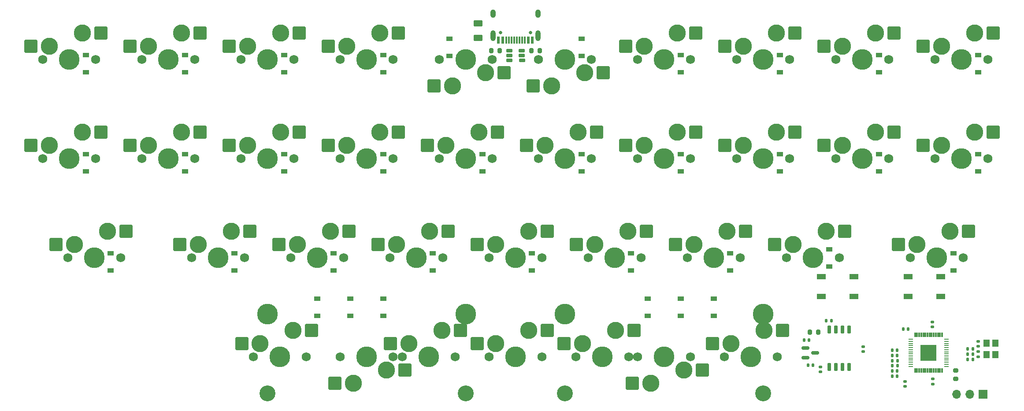
<source format=gbr>
%TF.GenerationSoftware,KiCad,Pcbnew,(6.0.10)*%
%TF.CreationDate,2023-02-13T13:47:23-06:00*%
%TF.ProjectId,AlphaWetPCB,416c7068-6157-4657-9450-43422e6b6963,rev?*%
%TF.SameCoordinates,Original*%
%TF.FileFunction,Soldermask,Bot*%
%TF.FilePolarity,Negative*%
%FSLAX46Y46*%
G04 Gerber Fmt 4.6, Leading zero omitted, Abs format (unit mm)*
G04 Created by KiCad (PCBNEW (6.0.10)) date 2023-02-13 13:47:23*
%MOMM*%
%LPD*%
G01*
G04 APERTURE LIST*
G04 Aperture macros list*
%AMRoundRect*
0 Rectangle with rounded corners*
0 $1 Rounding radius*
0 $2 $3 $4 $5 $6 $7 $8 $9 X,Y pos of 4 corners*
0 Add a 4 corners polygon primitive as box body*
4,1,4,$2,$3,$4,$5,$6,$7,$8,$9,$2,$3,0*
0 Add four circle primitives for the rounded corners*
1,1,$1+$1,$2,$3*
1,1,$1+$1,$4,$5*
1,1,$1+$1,$6,$7*
1,1,$1+$1,$8,$9*
0 Add four rect primitives between the rounded corners*
20,1,$1+$1,$2,$3,$4,$5,0*
20,1,$1+$1,$4,$5,$6,$7,0*
20,1,$1+$1,$6,$7,$8,$9,0*
20,1,$1+$1,$8,$9,$2,$3,0*%
G04 Aperture macros list end*
%ADD10RoundRect,0.200000X0.275000X-0.200000X0.275000X0.200000X-0.275000X0.200000X-0.275000X-0.200000X0*%
%ADD11C,3.987800*%
%ADD12C,3.048000*%
%ADD13RoundRect,0.150000X0.475000X0.150000X-0.475000X0.150000X-0.475000X-0.150000X0.475000X-0.150000X0*%
%ADD14R,1.200000X0.900000*%
%ADD15RoundRect,0.200000X-0.200000X-0.275000X0.200000X-0.275000X0.200000X0.275000X-0.200000X0.275000X0*%
%ADD16C,1.750000*%
%ADD17RoundRect,0.250000X-1.025000X-1.000000X1.025000X-1.000000X1.025000X1.000000X-1.025000X1.000000X0*%
%ADD18C,3.300000*%
%ADD19RoundRect,0.140000X0.140000X0.170000X-0.140000X0.170000X-0.140000X-0.170000X0.140000X-0.170000X0*%
%ADD20RoundRect,0.250000X-0.625000X0.375000X-0.625000X-0.375000X0.625000X-0.375000X0.625000X0.375000X0*%
%ADD21RoundRect,0.250000X1.025000X1.000000X-1.025000X1.000000X-1.025000X-1.000000X1.025000X-1.000000X0*%
%ADD22RoundRect,0.140000X-0.170000X0.140000X-0.170000X-0.140000X0.170000X-0.140000X0.170000X0.140000X0*%
%ADD23RoundRect,0.150000X-0.587500X-0.150000X0.587500X-0.150000X0.587500X0.150000X-0.587500X0.150000X0*%
%ADD24RoundRect,0.135000X0.135000X0.185000X-0.135000X0.185000X-0.135000X-0.185000X0.135000X-0.185000X0*%
%ADD25RoundRect,0.140000X-0.140000X-0.170000X0.140000X-0.170000X0.140000X0.170000X-0.140000X0.170000X0*%
%ADD26RoundRect,0.140000X0.170000X-0.140000X0.170000X0.140000X-0.170000X0.140000X-0.170000X-0.140000X0*%
%ADD27C,0.650000*%
%ADD28R,0.600000X1.450000*%
%ADD29R,0.300000X1.450000*%
%ADD30O,1.000000X1.600000*%
%ADD31O,1.000000X2.100000*%
%ADD32RoundRect,0.006000X-0.094000X0.414000X-0.094000X-0.414000X0.094000X-0.414000X0.094000X0.414000X0*%
%ADD33RoundRect,0.020000X-0.400000X0.080000X-0.400000X-0.080000X0.400000X-0.080000X0.400000X0.080000X0*%
%ADD34R,3.100000X3.100000*%
%ADD35R,1.700000X1.000000*%
%ADD36R,1.700000X1.700000*%
%ADD37O,1.700000X1.700000*%
%ADD38RoundRect,0.200000X0.200000X0.275000X-0.200000X0.275000X-0.200000X-0.275000X0.200000X-0.275000X0*%
%ADD39RoundRect,0.150000X-0.150000X0.650000X-0.150000X-0.650000X0.150000X-0.650000X0.150000X0.650000X0*%
%ADD40R,1.200000X1.400000*%
G04 APERTURE END LIST*
D10*
%TO.C,R9*%
X222724696Y-91564256D03*
X222724696Y-89914256D03*
%TD*%
D11*
%TO.C,S3*%
X128587500Y-79057500D03*
D12*
X90487500Y-94297500D03*
X128587500Y-94297500D03*
D11*
X90487500Y-79057500D03*
%TD*%
%TO.C,S6*%
X185737500Y-79057500D03*
D12*
X185737500Y-94297500D03*
X147637500Y-94297500D03*
D11*
X147637500Y-79057500D03*
%TD*%
D13*
%TO.C,U4*%
X139287500Y-28450000D03*
X139287500Y-29400000D03*
X139362500Y-30350000D03*
X136937500Y-30350000D03*
X136937500Y-29400000D03*
X136937500Y-28450000D03*
%TD*%
D14*
%TO.C,D3*%
X93662500Y-32606250D03*
X93662500Y-29306250D03*
%TD*%
D15*
%TO.C,R1*%
X133466019Y-28481282D03*
X135116019Y-28481282D03*
%TD*%
D14*
%TO.C,D28*%
X198437500Y-69912500D03*
X198437500Y-66612500D03*
%TD*%
D16*
%TO.C,SW6*%
X142557500Y-30162500D03*
X152717500Y-30162500D03*
D11*
X147637500Y-30162500D03*
D17*
X154997500Y-32702500D03*
D18*
X151447500Y-32702500D03*
D17*
X141547500Y-35242500D03*
D18*
X145097500Y-35242500D03*
%TD*%
D19*
%TO.C,C11*%
X211467500Y-87018750D03*
X210507500Y-87018750D03*
%TD*%
D14*
%TO.C,D27*%
X179387500Y-70706250D03*
X179387500Y-67406250D03*
%TD*%
D20*
%TO.C,F1*%
X130968750Y-23206250D03*
X130968750Y-26006250D03*
%TD*%
D14*
%TO.C,D2*%
X74612500Y-32606250D03*
X74612500Y-29306250D03*
%TD*%
D16*
%TO.C,SW1*%
X47307500Y-30162500D03*
X57467500Y-30162500D03*
D11*
X52387500Y-30162500D03*
D21*
X45027500Y-27622500D03*
D18*
X48577500Y-27622500D03*
D21*
X58477500Y-25082500D03*
D18*
X54927500Y-25082500D03*
%TD*%
D14*
%TO.C,D35*%
X176212500Y-76137500D03*
X176212500Y-79437500D03*
%TD*%
%TO.C,D24*%
X122237500Y-70706250D03*
X122237500Y-67406250D03*
%TD*%
D11*
%TO.C,SW9*%
X204787500Y-30162500D03*
D16*
X199707500Y-30162500D03*
X209867500Y-30162500D03*
D21*
X197427500Y-27622500D03*
D18*
X200977500Y-27622500D03*
X207327500Y-25082500D03*
D21*
X210877500Y-25082500D03*
%TD*%
D16*
%TO.C,SW16*%
X142557500Y-49212500D03*
D11*
X147637500Y-49212500D03*
D16*
X152717500Y-49212500D03*
D18*
X143827500Y-46672500D03*
D21*
X140277500Y-46672500D03*
D18*
X150177500Y-44132500D03*
D21*
X153727500Y-44132500D03*
%TD*%
D22*
%TO.C,C4*%
X196687500Y-89238750D03*
X196687500Y-90198750D03*
%TD*%
D16*
%TO.C,SW26*%
X152082500Y-68262500D03*
D11*
X157162500Y-68262500D03*
D16*
X162242500Y-68262500D03*
D18*
X153352500Y-65722500D03*
D21*
X149802500Y-65722500D03*
D18*
X159702500Y-63182500D03*
D21*
X163252500Y-63182500D03*
%TD*%
D14*
%TO.C,D9*%
X207962500Y-32606250D03*
X207962500Y-29306250D03*
%TD*%
D15*
%TO.C,R4*%
X194662500Y-82518750D03*
X196312500Y-82518750D03*
%TD*%
D14*
%TO.C,D4*%
X112712500Y-32606250D03*
X112712500Y-29306250D03*
%TD*%
D23*
%TO.C,U1*%
X193797295Y-87484478D03*
X193797295Y-85584478D03*
X195672295Y-86534478D03*
%TD*%
D14*
%TO.C,D33*%
X163512500Y-76137500D03*
X163512500Y-79437500D03*
%TD*%
D16*
%TO.C,SW5*%
X133667500Y-30162500D03*
X123507500Y-30162500D03*
D11*
X128587500Y-30162500D03*
D18*
X132397500Y-32702500D03*
D17*
X135947500Y-32702500D03*
X122497500Y-35242500D03*
D18*
X126047500Y-35242500D03*
%TD*%
D14*
%TO.C,D12*%
X74612500Y-51656250D03*
X74612500Y-48356250D03*
%TD*%
%TO.C,D7*%
X169862500Y-32606250D03*
X169862500Y-29306250D03*
%TD*%
D24*
%TO.C,R8*%
X226008166Y-85763956D03*
X224988166Y-85763956D03*
%TD*%
D19*
%TO.C,C17*%
X211467500Y-91018750D03*
X210507500Y-91018750D03*
%TD*%
D14*
%TO.C,D13*%
X93662500Y-51656250D03*
X93662500Y-48356250D03*
%TD*%
%TO.C,D6*%
X150812500Y-26131250D03*
X150812500Y-29431250D03*
%TD*%
D16*
%TO.C,SW10*%
X218757500Y-30162500D03*
D11*
X223837500Y-30162500D03*
D16*
X228917500Y-30162500D03*
D18*
X220027500Y-27622500D03*
D21*
X216477500Y-27622500D03*
X229927500Y-25082500D03*
D18*
X226377500Y-25082500D03*
%TD*%
D16*
%TO.C,SW24*%
X124142500Y-68262500D03*
D11*
X119062500Y-68262500D03*
D16*
X113982500Y-68262500D03*
D18*
X115252500Y-65722500D03*
D21*
X111702500Y-65722500D03*
X125152500Y-63182500D03*
D18*
X121602500Y-63182500D03*
%TD*%
D16*
%TO.C,SW23*%
X105092500Y-68262500D03*
D11*
X100012500Y-68262500D03*
D16*
X94932500Y-68262500D03*
D21*
X92652500Y-65722500D03*
D18*
X96202500Y-65722500D03*
D21*
X106102500Y-63182500D03*
D18*
X102552500Y-63182500D03*
%TD*%
D14*
%TO.C,D8*%
X188912500Y-32606250D03*
X188912500Y-29306250D03*
%TD*%
%TO.C,D22*%
X84137500Y-70706250D03*
X84137500Y-67406250D03*
%TD*%
%TO.C,D23*%
X103187500Y-70706250D03*
X103187500Y-67406250D03*
%TD*%
D25*
%TO.C,C10*%
X225018166Y-86770506D03*
X225978166Y-86770506D03*
%TD*%
D14*
%TO.C,D29*%
X222250000Y-70706250D03*
X222250000Y-67406250D03*
%TD*%
%TO.C,D18*%
X188912500Y-51656250D03*
X188912500Y-48356250D03*
%TD*%
D26*
%TO.C,C15*%
X204887500Y-86298750D03*
X204887500Y-85338750D03*
%TD*%
D27*
%TO.C,J1*%
X141002500Y-25000000D03*
X135222500Y-25000000D03*
D28*
X134862500Y-26445000D03*
X135662500Y-26445000D03*
D29*
X136862500Y-26445000D03*
X137862500Y-26445000D03*
X138362500Y-26445000D03*
X139362500Y-26445000D03*
D28*
X140562500Y-26445000D03*
X141362500Y-26445000D03*
X141362500Y-26445000D03*
X140562500Y-26445000D03*
D29*
X139862500Y-26445000D03*
X138862500Y-26445000D03*
X137362500Y-26445000D03*
X136362500Y-26445000D03*
D28*
X135662500Y-26445000D03*
X134862500Y-26445000D03*
D30*
X142432500Y-21350000D03*
D31*
X133792500Y-25530000D03*
X142432500Y-25530000D03*
D30*
X133792500Y-21350000D03*
%TD*%
D14*
%TO.C,D16*%
X150812500Y-51656250D03*
X150812500Y-48356250D03*
%TD*%
D32*
%TO.C,U3*%
X214887500Y-83083750D03*
X215287500Y-83083750D03*
X215687500Y-83083750D03*
X216087500Y-83083750D03*
X216487500Y-83083750D03*
X216887500Y-83083750D03*
X217287500Y-83083750D03*
X217687500Y-83083750D03*
X218087500Y-83083750D03*
X218487500Y-83083750D03*
X218887500Y-83083750D03*
X219287500Y-83083750D03*
X219687500Y-83083750D03*
X220087500Y-83083750D03*
D33*
X220922500Y-83918750D03*
X220922500Y-84318750D03*
X220922500Y-84718750D03*
X220922500Y-85118750D03*
X220922500Y-85518750D03*
X220922500Y-85918750D03*
X220922500Y-86318750D03*
X220922500Y-86718750D03*
X220922500Y-87118750D03*
X220922500Y-87518750D03*
X220922500Y-87918750D03*
X220922500Y-88318750D03*
X220922500Y-88718750D03*
X220922500Y-89118750D03*
D32*
X220087500Y-89953750D03*
X219687500Y-89953750D03*
X219287500Y-89953750D03*
X218887500Y-89953750D03*
X218487500Y-89953750D03*
X218087500Y-89953750D03*
X217687500Y-89953750D03*
X217287500Y-89953750D03*
X216887500Y-89953750D03*
X216487500Y-89953750D03*
X216087500Y-89953750D03*
X215687500Y-89953750D03*
X215287500Y-89953750D03*
X214887500Y-89953750D03*
D33*
X214052500Y-89118750D03*
X214052500Y-88718750D03*
X214052500Y-88318750D03*
X214052500Y-87918750D03*
X214052500Y-87518750D03*
X214052500Y-87118750D03*
X214052500Y-86718750D03*
X214052500Y-86318750D03*
X214052500Y-85918750D03*
X214052500Y-85518750D03*
X214052500Y-85118750D03*
X214052500Y-84718750D03*
X214052500Y-84318750D03*
X214052500Y-83918750D03*
D34*
X217487500Y-86518750D03*
%TD*%
D16*
%TO.C,SW39*%
X87788750Y-87312500D03*
X97948750Y-87312500D03*
D11*
X92868750Y-87312500D03*
D18*
X89058750Y-84772500D03*
D21*
X85508750Y-84772500D03*
D18*
X95408750Y-82232500D03*
D21*
X98958750Y-82232500D03*
%TD*%
D22*
%TO.C,C13*%
X218263631Y-91559298D03*
X218263631Y-92519298D03*
%TD*%
D14*
%TO.C,D5*%
X125412500Y-26131250D03*
X125412500Y-29431250D03*
%TD*%
%TO.C,D32*%
X112712500Y-76137500D03*
X112712500Y-79437500D03*
%TD*%
D16*
%TO.C,SW13*%
X95567500Y-49212500D03*
X85407500Y-49212500D03*
D11*
X90487500Y-49212500D03*
D21*
X83127500Y-46672500D03*
D18*
X86677500Y-46672500D03*
D21*
X96577500Y-44132500D03*
D18*
X93027500Y-44132500D03*
%TD*%
D25*
%TO.C,C2*%
X193577911Y-84067246D03*
X194537911Y-84067246D03*
%TD*%
D11*
%TO.C,SW40*%
X121443750Y-87312500D03*
D16*
X126523750Y-87312500D03*
X116363750Y-87312500D03*
D18*
X117633750Y-84772500D03*
D21*
X114083750Y-84772500D03*
D18*
X123983750Y-82232500D03*
D21*
X127533750Y-82232500D03*
%TD*%
D14*
%TO.C,D10*%
X227012500Y-32606250D03*
X227012500Y-29306250D03*
%TD*%
D16*
%TO.C,SW21*%
X62230000Y-68262500D03*
X52070000Y-68262500D03*
D11*
X57150000Y-68262500D03*
D18*
X53340000Y-65722500D03*
D21*
X49790000Y-65722500D03*
X63240000Y-63182500D03*
D18*
X59690000Y-63182500D03*
%TD*%
D11*
%TO.C,SW43*%
X166687500Y-87312500D03*
D16*
X171767500Y-87312500D03*
X161607500Y-87312500D03*
D18*
X170497500Y-89852500D03*
D17*
X174047500Y-89852500D03*
D18*
X164147500Y-92392500D03*
D17*
X160597500Y-92392500D03*
%TD*%
D11*
%TO.C,SW11*%
X52387500Y-49212500D03*
D16*
X57467500Y-49212500D03*
X47307500Y-49212500D03*
D21*
X45027500Y-46672500D03*
D18*
X48577500Y-46672500D03*
X54927500Y-44132500D03*
D21*
X58477500Y-44132500D03*
%TD*%
D24*
%TO.C,R7*%
X211497500Y-88018750D03*
X210477500Y-88018750D03*
%TD*%
D16*
%TO.C,SW2*%
X76517500Y-30162500D03*
X66357500Y-30162500D03*
D11*
X71437500Y-30162500D03*
D21*
X64077500Y-27622500D03*
D18*
X67627500Y-27622500D03*
X73977500Y-25082500D03*
D21*
X77527500Y-25082500D03*
%TD*%
D24*
%TO.C,R5*%
X198797500Y-80318750D03*
X197777500Y-80318750D03*
%TD*%
D19*
%TO.C,C8*%
X211467500Y-86018750D03*
X210507500Y-86018750D03*
%TD*%
D16*
%TO.C,SW27*%
X181292500Y-68262500D03*
X171132500Y-68262500D03*
D11*
X176212500Y-68262500D03*
D18*
X172402500Y-65722500D03*
D21*
X168852500Y-65722500D03*
D18*
X178752500Y-63182500D03*
D21*
X182302500Y-63182500D03*
%TD*%
D14*
%TO.C,D1*%
X55562500Y-32606250D03*
X55562500Y-29306250D03*
%TD*%
D11*
%TO.C,SW29*%
X219075000Y-68262500D03*
D16*
X224155000Y-68262500D03*
X213995000Y-68262500D03*
D21*
X211715000Y-65722500D03*
D18*
X215265000Y-65722500D03*
D21*
X225165000Y-63182500D03*
D18*
X221615000Y-63182500D03*
%TD*%
D14*
%TO.C,D25*%
X141287500Y-70706250D03*
X141287500Y-67406250D03*
%TD*%
D11*
%TO.C,SW25*%
X138112500Y-68262500D03*
D16*
X143192500Y-68262500D03*
X133032500Y-68262500D03*
D21*
X130752500Y-65722500D03*
D18*
X134302500Y-65722500D03*
X140652500Y-63182500D03*
D21*
X144202500Y-63182500D03*
%TD*%
D35*
%TO.C,SWR1*%
X203175000Y-71918750D03*
X196875000Y-71918750D03*
X196875000Y-75718750D03*
X203175000Y-75718750D03*
%TD*%
D14*
%TO.C,D19*%
X207962500Y-51656250D03*
X207962500Y-48356250D03*
%TD*%
D16*
%TO.C,SW12*%
X76517500Y-49212500D03*
X66357500Y-49212500D03*
D11*
X71437500Y-49212500D03*
D21*
X64077500Y-46672500D03*
D18*
X67627500Y-46672500D03*
D21*
X77527500Y-44132500D03*
D18*
X73977500Y-44132500D03*
%TD*%
D19*
%TO.C,C18*%
X211467500Y-90018750D03*
X210507500Y-90018750D03*
%TD*%
D16*
%TO.C,SW7*%
X171767500Y-30162500D03*
X161607500Y-30162500D03*
D11*
X166687500Y-30162500D03*
D18*
X162877500Y-27622500D03*
D21*
X159327500Y-27622500D03*
D18*
X169227500Y-25082500D03*
D21*
X172777500Y-25082500D03*
%TD*%
D11*
%TO.C,SW19*%
X204787500Y-49212500D03*
D16*
X199707500Y-49212500D03*
X209867500Y-49212500D03*
D18*
X200977500Y-46672500D03*
D21*
X197427500Y-46672500D03*
D18*
X207327500Y-44132500D03*
D21*
X210877500Y-44132500D03*
%TD*%
D36*
%TO.C,SWD2*%
X227950000Y-94456250D03*
D37*
X225410000Y-94456250D03*
X222870000Y-94456250D03*
%TD*%
D38*
%TO.C,R3*%
X142787437Y-28481282D03*
X141137437Y-28481282D03*
%TD*%
D26*
%TO.C,C5*%
X226998166Y-87250506D03*
X226998166Y-86290506D03*
%TD*%
D22*
%TO.C,C12*%
X212987500Y-92038750D03*
X212987500Y-92998750D03*
%TD*%
D16*
%TO.C,SW22*%
X75882500Y-68262500D03*
D11*
X80962500Y-68262500D03*
D16*
X86042500Y-68262500D03*
D18*
X77152500Y-65722500D03*
D21*
X73602500Y-65722500D03*
D18*
X83502500Y-63182500D03*
D21*
X87052500Y-63182500D03*
%TD*%
D14*
%TO.C,D15*%
X131762500Y-51656250D03*
X131762500Y-48356250D03*
%TD*%
%TO.C,D20*%
X227012500Y-51656250D03*
X227012500Y-48356250D03*
%TD*%
%TO.C,D30*%
X100012500Y-76137500D03*
X100012500Y-79437500D03*
%TD*%
D11*
%TO.C,SW3*%
X90487500Y-30162500D03*
D16*
X95567500Y-30162500D03*
X85407500Y-30162500D03*
D18*
X86677500Y-27622500D03*
D21*
X83127500Y-27622500D03*
D18*
X93027500Y-25082500D03*
D21*
X96577500Y-25082500D03*
%TD*%
D11*
%TO.C,SW45*%
X183356250Y-87312500D03*
D16*
X188436250Y-87312500D03*
X178276250Y-87312500D03*
D18*
X179546250Y-84772500D03*
D21*
X175996250Y-84772500D03*
X189446250Y-82232500D03*
D18*
X185896250Y-82232500D03*
%TD*%
D14*
%TO.C,D31*%
X106362500Y-76137500D03*
X106362500Y-79437500D03*
%TD*%
D26*
%TO.C,C9*%
X218227444Y-81536680D03*
X218227444Y-80576680D03*
%TD*%
D19*
%TO.C,C14*%
X213567500Y-81918750D03*
X212607500Y-81918750D03*
%TD*%
D11*
%TO.C,SW18*%
X185737500Y-49212500D03*
D16*
X180657500Y-49212500D03*
X190817500Y-49212500D03*
D18*
X181927500Y-46672500D03*
D21*
X178377500Y-46672500D03*
X191827500Y-44132500D03*
D18*
X188277500Y-44132500D03*
%TD*%
D39*
%TO.C,U2*%
X198382500Y-82018750D03*
X199652500Y-82018750D03*
X200922500Y-82018750D03*
X202192500Y-82018750D03*
X202192500Y-89218750D03*
X200922500Y-89218750D03*
X199652500Y-89218750D03*
X198382500Y-89218750D03*
%TD*%
D24*
%TO.C,R6*%
X211497500Y-89018750D03*
X210477500Y-89018750D03*
%TD*%
D16*
%TO.C,SW28*%
X200342500Y-68262500D03*
X190182500Y-68262500D03*
D11*
X195262500Y-68262500D03*
D21*
X187902500Y-65722500D03*
D18*
X191452500Y-65722500D03*
D21*
X201352500Y-63182500D03*
D18*
X197802500Y-63182500D03*
%TD*%
D35*
%TO.C,SWR2*%
X213543750Y-71918750D03*
X219843750Y-71918750D03*
X219843750Y-75718750D03*
X213543750Y-75718750D03*
%TD*%
D16*
%TO.C,SW8*%
X180657500Y-30162500D03*
D11*
X185737500Y-30162500D03*
D16*
X190817500Y-30162500D03*
D18*
X181927500Y-27622500D03*
D21*
X178377500Y-27622500D03*
D18*
X188277500Y-25082500D03*
D21*
X191827500Y-25082500D03*
%TD*%
D25*
%TO.C,C7*%
X225018166Y-87770506D03*
X225978166Y-87770506D03*
%TD*%
D14*
%TO.C,D11*%
X55562500Y-51656250D03*
X55562500Y-48356250D03*
%TD*%
%TO.C,D14*%
X112712500Y-51656250D03*
X112712500Y-48356250D03*
%TD*%
D16*
%TO.C,SW14*%
X114617500Y-49212500D03*
D11*
X109537500Y-49212500D03*
D16*
X104457500Y-49212500D03*
D21*
X102177500Y-46672500D03*
D18*
X105727500Y-46672500D03*
X112077500Y-44132500D03*
D21*
X115627500Y-44132500D03*
%TD*%
D19*
%TO.C,C1*%
X195262500Y-88900000D03*
X194302500Y-88900000D03*
%TD*%
D16*
%TO.C,SW20*%
X218757500Y-49212500D03*
X228917500Y-49212500D03*
D11*
X223837500Y-49212500D03*
D21*
X216477500Y-46672500D03*
D18*
X220027500Y-46672500D03*
X226377500Y-44132500D03*
D21*
X229927500Y-44132500D03*
%TD*%
D16*
%TO.C,SW44*%
X159861250Y-87312500D03*
X149701250Y-87312500D03*
D11*
X154781250Y-87312500D03*
D18*
X150971250Y-84772500D03*
D21*
X147421250Y-84772500D03*
D18*
X157321250Y-82232500D03*
D21*
X160871250Y-82232500D03*
%TD*%
D26*
%TO.C,C6*%
X226998166Y-85270506D03*
X226998166Y-84310506D03*
%TD*%
D16*
%TO.C,SW15*%
X133667500Y-49212500D03*
D11*
X128587500Y-49212500D03*
D16*
X123507500Y-49212500D03*
D18*
X124777500Y-46672500D03*
D21*
X121227500Y-46672500D03*
D18*
X131127500Y-44132500D03*
D21*
X134677500Y-44132500D03*
%TD*%
D14*
%TO.C,D17*%
X169862500Y-51656250D03*
X169862500Y-48356250D03*
%TD*%
%TO.C,D21*%
X60325000Y-70706250D03*
X60325000Y-67406250D03*
%TD*%
D11*
%TO.C,SW4*%
X109537500Y-30162500D03*
D16*
X114617500Y-30162500D03*
X104457500Y-30162500D03*
D21*
X102177500Y-27622500D03*
D18*
X105727500Y-27622500D03*
D21*
X115627500Y-25082500D03*
D18*
X112077500Y-25082500D03*
%TD*%
D16*
%TO.C,SW42*%
X143192500Y-87312500D03*
X133032500Y-87312500D03*
D11*
X138112500Y-87312500D03*
D21*
X130752500Y-84772500D03*
D18*
X134302500Y-84772500D03*
D21*
X144202500Y-82232500D03*
D18*
X140652500Y-82232500D03*
%TD*%
D40*
%TO.C,Y1*%
X228648166Y-86870506D03*
X228648166Y-84670506D03*
X230348166Y-84670506D03*
X230348166Y-86870506D03*
%TD*%
D16*
%TO.C,SW41*%
X104457500Y-87312500D03*
X114617500Y-87312500D03*
D11*
X109537500Y-87312500D03*
D18*
X113347500Y-89852500D03*
D17*
X116897500Y-89852500D03*
D18*
X106997500Y-92392500D03*
D17*
X103447500Y-92392500D03*
%TD*%
D11*
%TO.C,SW17*%
X166687500Y-49212500D03*
D16*
X171767500Y-49212500D03*
X161607500Y-49212500D03*
D21*
X159327500Y-46672500D03*
D18*
X162877500Y-46672500D03*
D21*
X172777500Y-44132500D03*
D18*
X169227500Y-44132500D03*
%TD*%
D14*
%TO.C,D34*%
X169862500Y-76137500D03*
X169862500Y-79437500D03*
%TD*%
%TO.C,D26*%
X160337500Y-70706250D03*
X160337500Y-67406250D03*
%TD*%
M02*

</source>
